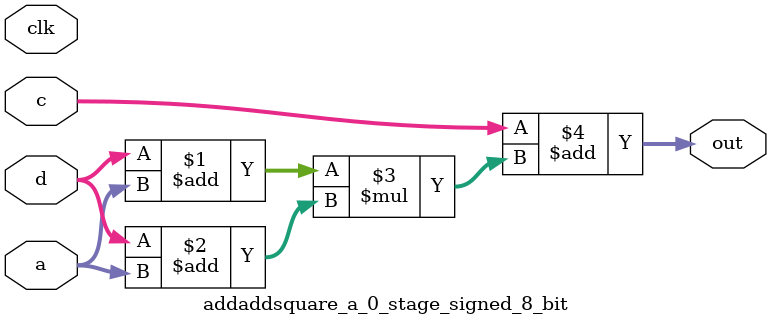
<source format=sv>
(* use_dsp = "yes" *) module addaddsquare_a_0_stage_signed_8_bit(
	input signed [7:0] a,
	input signed [7:0] c,
	input signed [7:0] d,
	output [7:0] out,
	input clk);

	assign out = c + ((d + a) * (d + a));
endmodule

</source>
